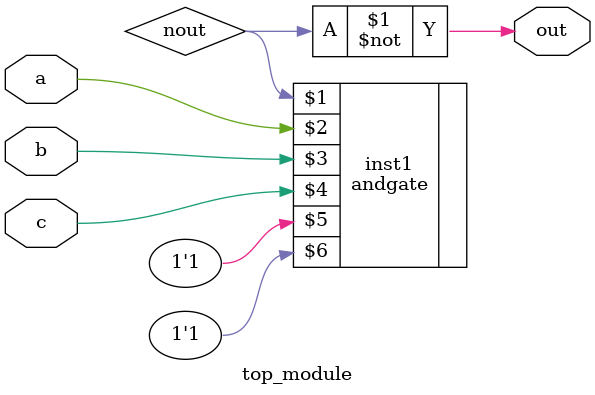
<source format=v>
module top_module (
    input  a,
    input  b,
    input  c,
    output out
);  //

  wire nout;
  andgate inst1 (
      nout,
      a,
      b,
      c,
      1'b1,
      1'b1
  );
  assign out = ~nout;

endmodule

</source>
